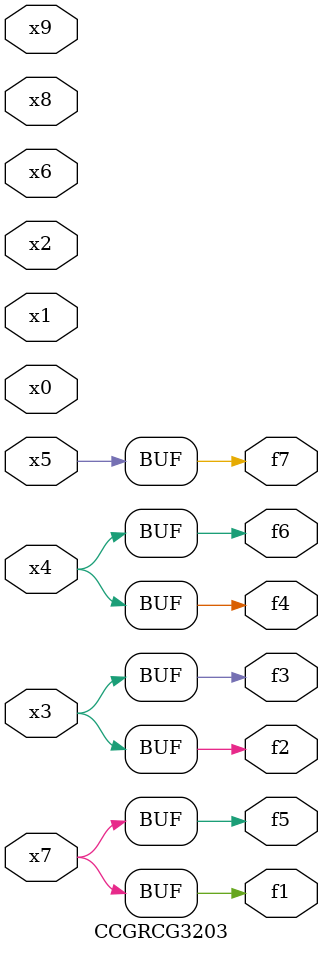
<source format=v>
module CCGRCG3203(
	input x0, x1, x2, x3, x4, x5, x6, x7, x8, x9,
	output f1, f2, f3, f4, f5, f6, f7
);
	assign f1 = x7;
	assign f2 = x3;
	assign f3 = x3;
	assign f4 = x4;
	assign f5 = x7;
	assign f6 = x4;
	assign f7 = x5;
endmodule

</source>
